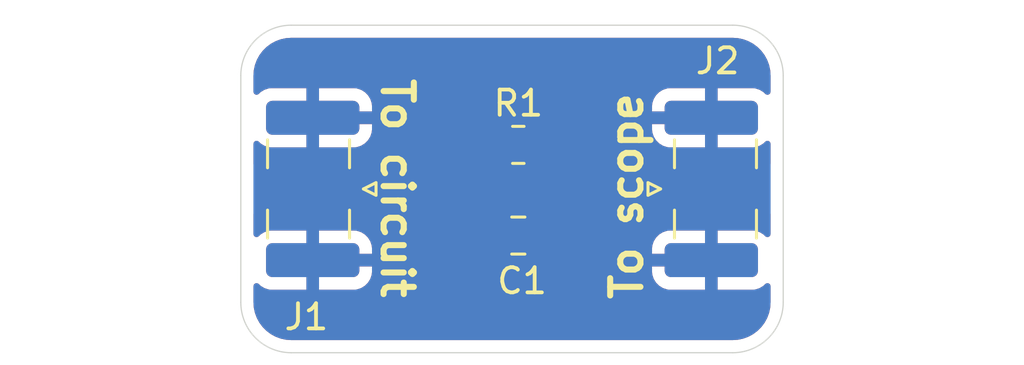
<source format=kicad_pcb>
(kicad_pcb (version 20241229) (generator "pcbnew") (generator_version "9.0")
  (layers (0 "F.Cu" signal) (2 "B.Cu" signal) (13 "F.Paste" user) (15 "B.Paste" user) (5 "F.SilkS" user "F.Silkscreen") (7 "B.SilkS" user "B.Silkscreen") (1 "F.Mask" user) (3 "B.Mask" user) (25 "Edge.Cuts" user))
  (net 0 "")
  (net 1 "Net-(J1-In)")
  (net 2 "Net-(J2-In)")
  (net 3 "GND")
  (footprint "Capacitor_SMD:C_0805_2012Metric" (layer "F.Cu") (at 147 96.85)
    (property "Reference" "C1" (at 0.1475 1.8 0) (layer "F.SilkS"))
    (property "Value" "2pF" (hide yes))
    (fp_line (start -0.261252 -0.735) (end 0.261252 -0.735) (stroke (width 0.12)) (layer "F.SilkS"))
    (fp_line (start -0.261252 0.735) (end 0.261252 0.735) (stroke (width 0.12)) (layer "F.SilkS"))
    (pad "1" smd roundrect (at -0.95 0) (size 1 1.45) (layers "F.Cu" "F.Mask" "F.Paste") (net 1 "Net-(J1-In)"))
    (pad "2" smd roundrect (at 0.95 0) (size 1 1.45) (layers "F.Cu" "F.Mask" "F.Paste") (net 2 "Net-(J2-In)"))
  )
  (footprint "Connector_Coaxial:SMA_Samtec_SMA-J-P-H-ST-EM1_EdgeMount" (layer "F.Cu") (at 138.6 95 180)
    (property "Reference" "J1" (at 0 -5.08 0) (layer "F.SilkS"))
    (property "Value" "To circuit" (hide yes))
    (fp_line (start 1.54 1.95) (end 1.54 0.84) (stroke (width 0.12)) (layer "F.SilkS"))
    (fp_line (start 1.54 -0.84) (end 1.54 -1.95) (stroke (width 0.12)) (layer "F.SilkS"))
    (fp_line (start -1.71 1.95) (end -1.71 0.84) (stroke (width 0.12)) (layer "F.SilkS"))
    (fp_line (start -1.71 -0.84) (end -1.71 -1.95) (stroke (width 0.12)) (layer "F.SilkS"))
    (fp_line (start -2.26 0) (end -2.76 -0.25) (stroke (width 0.12)) (layer "F.SilkS"))
    (fp_line (start -2.76 0.25) (end -2.26 0) (stroke (width 0.12)) (layer "F.SilkS"))
    (fp_line (start -2.76 -0.25) (end -2.76 0.25) (stroke (width 0.12)) (layer "F.SilkS"))
    (pad "1" smd roundrect (at 0 0 270) (size 1.27 3.2) (layers "F.Cu" "F.Mask") (roundrect_rratio 0.1968503937) (net 1 "Net-(J1-In)"))
    (pad "2" smd roundrect (at -0.25 -2.825 270) (size 1.35 3.7) (layers "F.Cu" "F.Mask") (roundrect_rratio 0.1851851852) (net 3 "GND"))
    (pad "2" smd roundrect (at -0.25 -2.825 270) (size 1.35 3.7) (layers "B.Cu" "B.Mask") (roundrect_rratio 0.1851851852) (net 3 "GND"))
    (pad "2" smd roundrect (at -0.25 2.825 270) (size 1.35 3.7) (layers "F.Cu" "F.Mask") (roundrect_rratio 0.1851851852) (net 3 "GND"))
    (pad "2" smd roundrect (at -0.25 2.825 270) (size 1.35 3.7) (layers "B.Cu" "B.Mask") (roundrect_rratio 0.1851851852) (net 3 "GND"))
  )
  (footprint "Resistor_SMD:R_0805_2012Metric_Pad1.20x1.40mm_HandSolder" (layer "F.Cu") (at 147 93.25)
    (property "Reference" "R1" (at 0 -1.65 0) (layer "F.SilkS"))
    (property "Value" "9MΩ" (hide yes))
    (fp_line (start -0.227064 -0.735) (end 0.227064 -0.735) (stroke (width 0.12)) (layer "F.SilkS"))
    (fp_line (start -0.227064 0.735) (end 0.227064 0.735) (stroke (width 0.12)) (layer "F.SilkS"))
    (pad "1" smd roundrect (at -1 0) (size 1.2 1.4) (layers "F.Cu" "F.Mask" "F.Paste") (roundrect_rratio 0.208333) (net 1 "Net-(J1-In)"))
    (pad "2" smd roundrect (at 1 0) (size 1.2 1.4) (layers "F.Cu" "F.Mask" "F.Paste") (roundrect_rratio 0.208333) (net 2 "Net-(J2-In)"))
  )
  (footprint "Connector_Coaxial:SMA_Samtec_SMA-J-P-H-ST-EM1_EdgeMount" (layer "F.Cu") (at 154.9 95)
    (property "Reference" "J2" (at 0 -5.08 180) (layer "F.SilkS"))
    (property "Value" "To scope" (hide yes))
    (fp_line (start -2.76 -0.25) (end -2.76 0.25) (stroke (width 0.12)) (layer "F.SilkS"))
    (fp_line (start -2.76 0.25) (end -2.26 0) (stroke (width 0.12)) (layer "F.SilkS"))
    (fp_line (start -2.26 0) (end -2.76 -0.25) (stroke (width 0.12)) (layer "F.SilkS"))
    (fp_line (start -1.71 -0.84) (end -1.71 -1.95) (stroke (width 0.12)) (layer "F.SilkS"))
    (fp_line (start -1.71 1.95) (end -1.71 0.84) (stroke (width 0.12)) (layer "F.SilkS"))
    (fp_line (start 1.54 -0.84) (end 1.54 -1.95) (stroke (width 0.12)) (layer "F.SilkS"))
    (fp_line (start 1.54 1.95) (end 1.54 0.84) (stroke (width 0.12)) (layer "F.SilkS"))
    (pad "1" smd roundrect (at 0 0 90) (size 1.27 3.2) (layers "F.Cu" "F.Mask") (roundrect_rratio 0.1968503937) (net 2 "Net-(J2-In)"))
    (pad "2" smd roundrect (at -0.25 -2.825 90) (size 1.35 3.7) (layers "F.Cu" "F.Mask") (roundrect_rratio 0.1851851852) (net 3 "GND"))
    (pad "2" smd roundrect (at -0.25 -2.825 90) (size 1.35 3.7) (layers "B.Cu" "B.Mask") (roundrect_rratio 0.1851851852) (net 3 "GND"))
    (pad "2" smd roundrect (at -0.25 2.825 90) (size 1.35 3.7) (layers "F.Cu" "F.Mask") (roundrect_rratio 0.1851851852) (net 3 "GND"))
    (pad "2" smd roundrect (at -0.25 2.825 90) (size 1.35 3.7) (layers "B.Cu" "B.Mask") (roundrect_rratio 0.1851851852) (net 3 "GND"))
  )
  (gr_arc (start 157.5 99.5) (mid 156.914214 100.914214) (end 155.5 101.5) (stroke (width 0.05)) (layer "Edge.Cuts"))
  (gr_line (start 155.5 88.500014) (end 138 88.500014) (stroke (width 0.05)) (layer "Edge.Cuts"))
  (gr_arc (start 138 101.5) (mid 136.585786 100.914214) (end 136 99.5) (stroke (width 0.05)) (layer "Edge.Cuts"))
  (gr_arc (start 155.5 88.500014) (mid 156.914204 89.085796) (end 157.499986 90.5) (stroke (width 0.05)) (layer "Edge.Cuts"))
  (gr_line (start 136 99.5) (end 136 90.5) (stroke (width 0.05)) (layer "Edge.Cuts"))
  (gr_arc (start 136 90.5) (mid 136.585786 89.085786) (end 138 88.5) (stroke (width 0.05)) (layer "Edge.Cuts"))
  (gr_line (start 155.5 101.5) (end 138 101.5) (stroke (width 0.05)) (layer "Edge.Cuts"))
  (gr_line (start 157.499986 90.5) (end 157.499986 99.492517) (stroke (width 0.05)) (layer "Edge.Cuts"))
  (gr_text "To circuit" (at 141.5 90.5 270) (layer "F.SilkS") (effects (font (size 1.2 1.2) (thickness 0.24) (bold yes)) (justify left bottom)))
  (gr_text "To scope\n" (at 152 99.5 90) (layer "F.SilkS") (effects (font (size 1.2 1.2) (thickness 0.24) (bold yes)) (justify left bottom)))
  (segment (start 138.1 95) (end 144.25 95) (width 0.5) (layer "F.Cu") (net 1))
  (segment (start 144.25 95) (end 144.5 94.75) (width 0.5) (layer "F.Cu") (net 1))
  (segment (start 144.5 94.75) (end 146 93.25) (width 0.5) (layer "F.Cu") (net 1))
  (segment (start 144.25 95.05) (end 144.25 95) (width 0.5) (layer "F.Cu") (net 1))
  (segment (start 146.05 96.85) (end 144.25 95.05) (width 0.5) (layer "F.Cu") (net 1))
  (segment (start 149.75 95) (end 148 93.25) (width 0.5) (layer "F.Cu") (net 2))
  (segment (start 149.75 95.05) (end 149.75 95) (width 0.5) (layer "F.Cu") (net 2))
  (segment (start 147.95 96.85) (end 149.75 95.05) (width 0.5) (layer "F.Cu") (net 2))
  (segment (start 155.4 95) (end 149.75 95) (width 0.5) (layer "F.Cu") (net 2))
  (zone (net 3) (net_name "GND") (layer "F.Cu") (connect_pads (clearance 0.5)) (min_thickness 0.25) (fill yes (thermal_gap 0.5) (thermal_bridge_width 0.5))
    (polygon (pts (xy 158.5 87.5) (xy 135 87.5) (xy 135 102) (xy 158.5 102)))
  )
  (zone (net 3) (net_name "GND") (layer "B.Cu") (priority 1) (connect_pads (clearance 0.5)) (min_thickness 0.25) (fill yes (thermal_gap 0.5) (thermal_bridge_width 0.5))
    (polygon (pts (xy 158.5 87.5) (xy 158.5 102) (xy 135 102) (xy 135 87.5)))
  )
)
</source>
